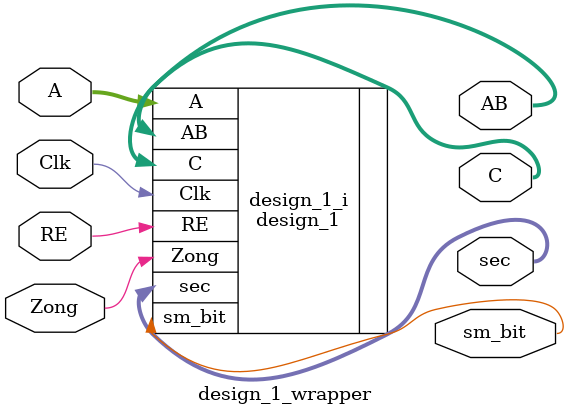
<source format=v>
`timescale 1 ps / 1 ps

module design_1_wrapper
   (A,
    AB,
    C,
    Clk,
    RE,
    Zong,
    sec,
    sm_bit);
  input [3:0]A;
  output [6:0]AB;
  output [6:0]C;
  input Clk;
  input RE;
  input Zong;
  output [1:0]sec;
  output sm_bit;

  wire [3:0]A;
  wire [6:0]AB;
  wire [6:0]C;
  wire Clk;
  wire RE;
  wire Zong;
  wire [1:0]sec;
  wire sm_bit;

  design_1 design_1_i
       (.A(A),
        .AB(AB),
        .C(C),
        .Clk(Clk),
        .RE(RE),
        .Zong(Zong),
        .sec(sec),
        .sm_bit(sm_bit));
endmodule

</source>
